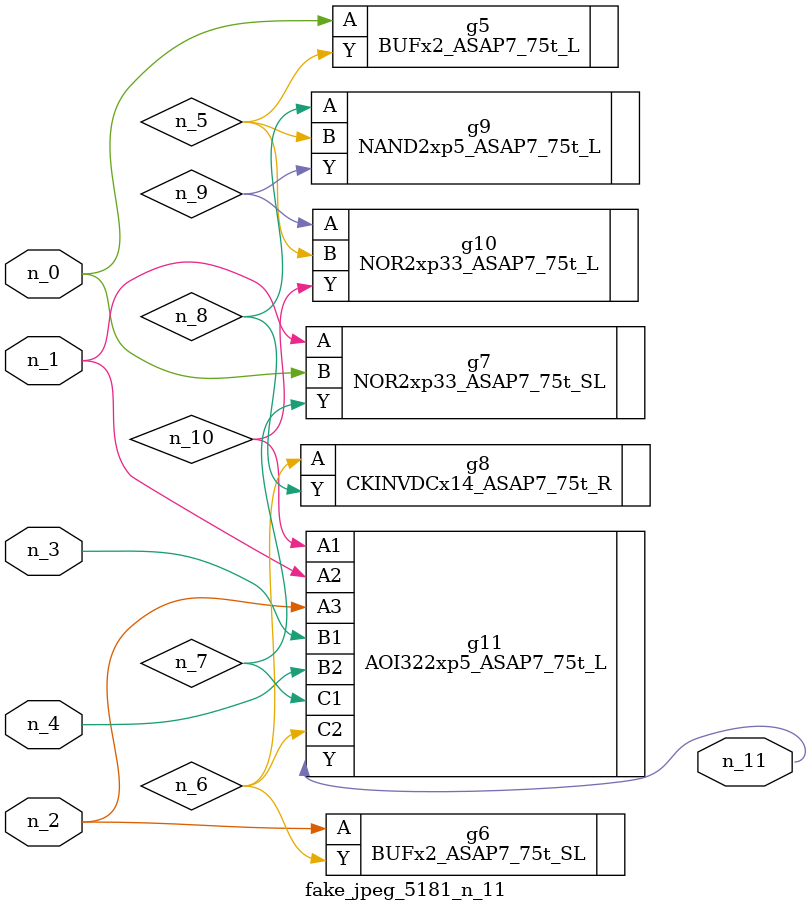
<source format=v>
module fake_jpeg_5181_n_11 (n_3, n_2, n_1, n_0, n_4, n_11);

input n_3;
input n_2;
input n_1;
input n_0;
input n_4;

output n_11;

wire n_10;
wire n_8;
wire n_9;
wire n_6;
wire n_5;
wire n_7;

BUFx2_ASAP7_75t_L g5 ( 
.A(n_0),
.Y(n_5)
);

BUFx2_ASAP7_75t_SL g6 ( 
.A(n_2),
.Y(n_6)
);

NOR2xp33_ASAP7_75t_SL g7 ( 
.A(n_1),
.B(n_0),
.Y(n_7)
);

CKINVDCx14_ASAP7_75t_R g8 ( 
.A(n_6),
.Y(n_8)
);

NAND2xp5_ASAP7_75t_L g9 ( 
.A(n_8),
.B(n_5),
.Y(n_9)
);

NOR2xp33_ASAP7_75t_L g10 ( 
.A(n_9),
.B(n_5),
.Y(n_10)
);

AOI322xp5_ASAP7_75t_L g11 ( 
.A1(n_10),
.A2(n_1),
.A3(n_2),
.B1(n_3),
.B2(n_4),
.C1(n_7),
.C2(n_6),
.Y(n_11)
);


endmodule
</source>
